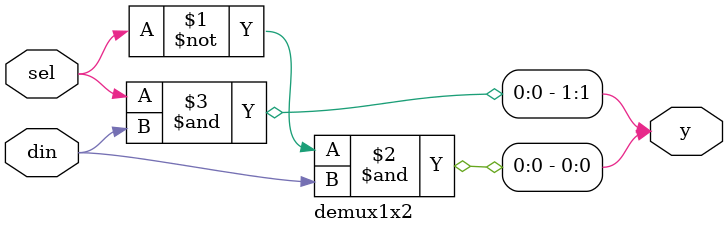
<source format=v>
module demux1x2(input din, input sel, output [1:0] y);
  assign y[0] = ~sel & din;
  assign y[1] = sel & din;
endmodule


</source>
